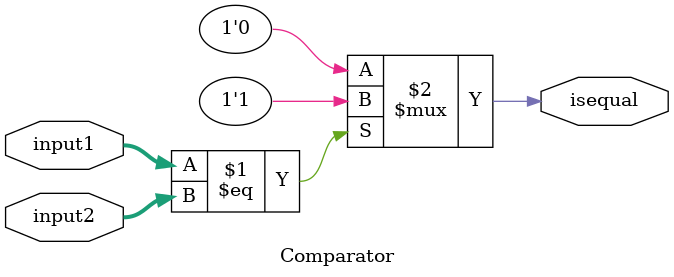
<source format=v>
module Comparator (isequal, input1 ,input2);

//This module is used for comparing two inputs and set output to 1 if the two inputs are equal 

input [31:0]  input1;
input [31:0]  input2;
output isequal;

assign isequal = (input1 == input2) ? 1'b1 : 1'b0;

endmodule

</source>
